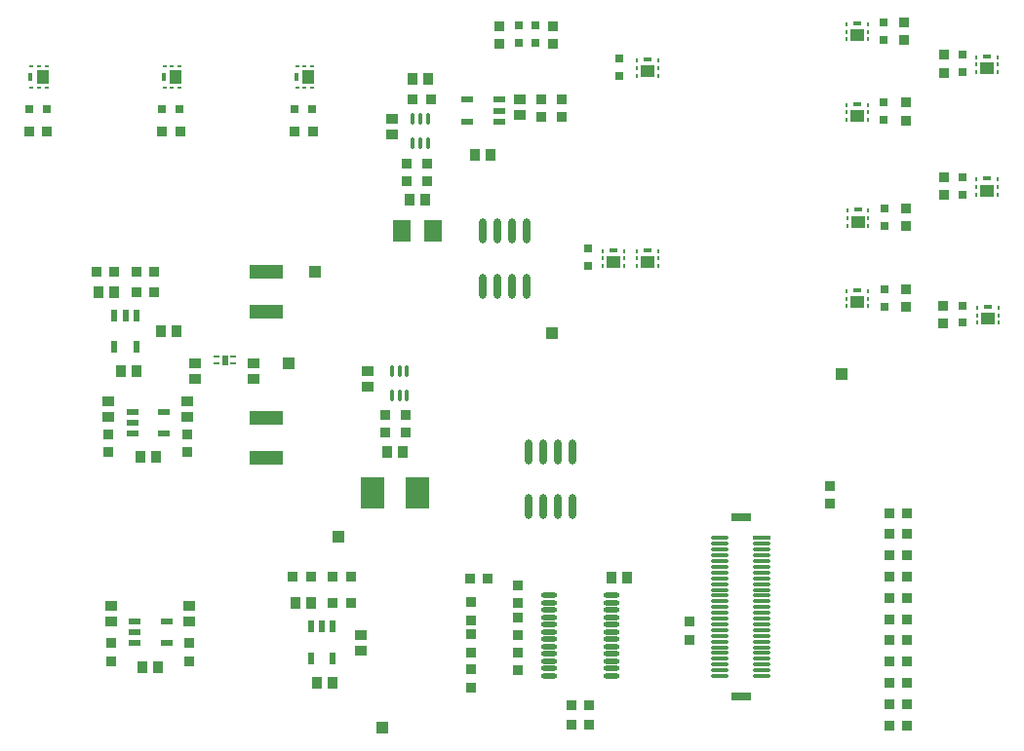
<source format=gtp>
G04 Layer_Color=8421504*
%FSLAX25Y25*%
%MOIN*%
G70*
G01*
G75*
%ADD10R,0.01969X0.03386*%
%ADD11R,0.01969X0.00984*%
%ADD12R,0.03347X0.03347*%
%ADD13R,0.07087X0.03150*%
%ADD14R,0.06299X0.01181*%
%ADD15O,0.06299X0.01181*%
%ADD16R,0.03110X0.01181*%
%ADD17R,0.00984X0.01575*%
%ADD18R,0.04724X0.03937*%
%ADD19R,0.03937X0.03937*%
%ADD20R,0.03347X0.03347*%
%ADD21R,0.03937X0.03543*%
%ADD22R,0.08465X0.11024*%
%ADD23R,0.01181X0.03110*%
%ADD24R,0.01575X0.00984*%
%ADD25R,0.03937X0.04724*%
%ADD26R,0.02362X0.03937*%
%ADD27R,0.03543X0.03937*%
%ADD28R,0.05906X0.07284*%
%ADD29R,0.03150X0.03150*%
%ADD30O,0.01575X0.03937*%
%ADD31R,0.03937X0.02362*%
%ADD32R,0.11417X0.04921*%
%ADD33O,0.02362X0.08661*%
%ADD34R,0.03150X0.03150*%
%ADD35O,0.05709X0.01772*%
D10*
X101272Y143583D02*
D03*
D11*
X98417Y142402D02*
D03*
Y144764D02*
D03*
X104087D02*
D03*
Y142402D02*
D03*
D12*
X334476Y33133D02*
D03*
X328374D02*
D03*
X334476Y25866D02*
D03*
X328374D02*
D03*
X334476Y69467D02*
D03*
X328374D02*
D03*
X57369Y173744D02*
D03*
X63472D02*
D03*
X70952D02*
D03*
X77054D02*
D03*
X144223Y60389D02*
D03*
X138120D02*
D03*
X334476Y47666D02*
D03*
X328374D02*
D03*
X334476Y84000D02*
D03*
X328374D02*
D03*
X334476Y18599D02*
D03*
X328374D02*
D03*
X334476Y40400D02*
D03*
X328374D02*
D03*
X334476Y54933D02*
D03*
X328374D02*
D03*
X334476Y62200D02*
D03*
X328374D02*
D03*
X334476Y76733D02*
D03*
X328374D02*
D03*
X334476Y91267D02*
D03*
X328374D02*
D03*
X165471Y232890D02*
D03*
X171573D02*
D03*
X77054Y166744D02*
D03*
X70952D02*
D03*
X219549Y18890D02*
D03*
X225651D02*
D03*
X219549Y25390D02*
D03*
X225651D02*
D03*
X138120Y69389D02*
D03*
X144223D02*
D03*
X124500D02*
D03*
X130603D02*
D03*
X34380Y221890D02*
D03*
X40483D02*
D03*
X79795D02*
D03*
X85898D02*
D03*
X125155D02*
D03*
X131258D02*
D03*
X184949Y68890D02*
D03*
X191051D02*
D03*
D13*
X277559Y28346D02*
D03*
Y89764D02*
D03*
D14*
X284646Y82677D02*
D03*
D15*
Y80709D02*
D03*
Y78740D02*
D03*
Y76772D02*
D03*
Y74803D02*
D03*
Y72835D02*
D03*
Y70866D02*
D03*
Y68898D02*
D03*
Y66929D02*
D03*
Y64961D02*
D03*
Y62992D02*
D03*
Y61024D02*
D03*
Y59055D02*
D03*
Y57087D02*
D03*
Y55118D02*
D03*
Y53150D02*
D03*
Y51181D02*
D03*
Y49213D02*
D03*
Y47244D02*
D03*
Y45276D02*
D03*
Y43307D02*
D03*
Y41339D02*
D03*
Y39370D02*
D03*
Y37402D02*
D03*
Y35433D02*
D03*
X270472D02*
D03*
Y37402D02*
D03*
Y39370D02*
D03*
Y41339D02*
D03*
Y43307D02*
D03*
Y45276D02*
D03*
Y47244D02*
D03*
Y49213D02*
D03*
Y51181D02*
D03*
Y53150D02*
D03*
Y55118D02*
D03*
Y57087D02*
D03*
Y59055D02*
D03*
Y61024D02*
D03*
Y62992D02*
D03*
Y64961D02*
D03*
Y66929D02*
D03*
Y68898D02*
D03*
Y70866D02*
D03*
Y72835D02*
D03*
Y74803D02*
D03*
Y76772D02*
D03*
Y78740D02*
D03*
Y80709D02*
D03*
Y82677D02*
D03*
D16*
X362100Y161810D02*
D03*
X317390Y231251D02*
D03*
X245661Y246411D02*
D03*
X317390Y258783D02*
D03*
X245661Y181224D02*
D03*
X234161D02*
D03*
X317549Y195003D02*
D03*
X317409Y167444D02*
D03*
X361651Y205662D02*
D03*
Y247562D02*
D03*
D17*
X365742Y156338D02*
D03*
Y158897D02*
D03*
Y161456D02*
D03*
X358458D02*
D03*
Y158897D02*
D03*
Y156338D02*
D03*
X313749Y225779D02*
D03*
Y228338D02*
D03*
Y230897D02*
D03*
X321032D02*
D03*
Y228338D02*
D03*
Y225779D02*
D03*
X242019Y240939D02*
D03*
Y243498D02*
D03*
Y246057D02*
D03*
X249302D02*
D03*
Y243498D02*
D03*
Y240939D02*
D03*
X321032Y253310D02*
D03*
Y255869D02*
D03*
Y258428D02*
D03*
X313749D02*
D03*
Y255869D02*
D03*
Y253310D02*
D03*
X249302Y175751D02*
D03*
Y178310D02*
D03*
Y180869D02*
D03*
X242019D02*
D03*
Y178310D02*
D03*
Y175751D02*
D03*
X230519D02*
D03*
Y178310D02*
D03*
Y180869D02*
D03*
X237802D02*
D03*
Y178310D02*
D03*
Y175751D02*
D03*
X313907Y189531D02*
D03*
Y192090D02*
D03*
Y194649D02*
D03*
X321191D02*
D03*
Y192090D02*
D03*
Y189531D02*
D03*
X321051Y161972D02*
D03*
Y164531D02*
D03*
Y167090D02*
D03*
X313768D02*
D03*
Y164531D02*
D03*
Y161972D02*
D03*
X365293Y200190D02*
D03*
Y202749D02*
D03*
Y205308D02*
D03*
X358010D02*
D03*
Y202749D02*
D03*
Y200190D02*
D03*
Y242090D02*
D03*
Y244649D02*
D03*
Y247208D02*
D03*
X365293D02*
D03*
Y244649D02*
D03*
Y242090D02*
D03*
D18*
X362100Y157716D02*
D03*
X317390Y227157D02*
D03*
X245661Y242317D02*
D03*
X317390Y254688D02*
D03*
X245661Y177129D02*
D03*
X234161D02*
D03*
X317549Y190909D02*
D03*
X317409Y163350D02*
D03*
X361651Y201568D02*
D03*
Y243468D02*
D03*
D19*
X155000Y17890D02*
D03*
X132000Y173744D02*
D03*
X312000Y138787D02*
D03*
X213000Y152787D02*
D03*
X140000Y83287D02*
D03*
X123000Y142390D02*
D03*
D20*
X308173Y94305D02*
D03*
Y100408D02*
D03*
X213500Y257941D02*
D03*
Y251839D02*
D03*
X195000Y257941D02*
D03*
Y251839D02*
D03*
X346900Y206095D02*
D03*
Y199993D02*
D03*
X260000Y47949D02*
D03*
Y54051D02*
D03*
X216522Y232890D02*
D03*
Y226787D02*
D03*
X209527D02*
D03*
Y232890D02*
D03*
X162989Y124890D02*
D03*
Y118787D02*
D03*
X155989Y124890D02*
D03*
Y118787D02*
D03*
X170522Y210941D02*
D03*
Y204839D02*
D03*
X163522Y210941D02*
D03*
Y204839D02*
D03*
X61200Y112039D02*
D03*
Y118141D02*
D03*
X88500Y112039D02*
D03*
Y118141D02*
D03*
X89000Y40587D02*
D03*
Y46690D02*
D03*
X62374Y40587D02*
D03*
Y46690D02*
D03*
X201300Y37506D02*
D03*
Y43608D02*
D03*
Y49506D02*
D03*
Y55608D02*
D03*
Y60506D02*
D03*
Y66608D02*
D03*
X185500Y31608D02*
D03*
Y37711D02*
D03*
Y43608D02*
D03*
Y49711D02*
D03*
Y54557D02*
D03*
Y60659D02*
D03*
X346800Y162243D02*
D03*
Y156141D02*
D03*
X346900Y247963D02*
D03*
Y241861D02*
D03*
X334000Y195436D02*
D03*
Y189334D02*
D03*
Y167746D02*
D03*
Y161644D02*
D03*
X333300Y259195D02*
D03*
Y253093D02*
D03*
X334000Y231684D02*
D03*
Y225582D02*
D03*
D21*
X111172Y142402D02*
D03*
Y137087D02*
D03*
X91172Y142402D02*
D03*
Y137087D02*
D03*
X147600Y49547D02*
D03*
Y44232D02*
D03*
X202022Y232630D02*
D03*
Y227315D02*
D03*
X150189Y139896D02*
D03*
Y134581D02*
D03*
X158531Y226024D02*
D03*
Y220709D02*
D03*
X88500Y124232D02*
D03*
Y129547D02*
D03*
X61200Y124232D02*
D03*
Y129547D02*
D03*
X89000Y54170D02*
D03*
Y59485D02*
D03*
X62374Y54170D02*
D03*
Y59485D02*
D03*
D22*
X167166Y98039D02*
D03*
X151812D02*
D03*
D23*
X34806Y240390D02*
D03*
X80228D02*
D03*
X125589D02*
D03*
D24*
X40278Y244032D02*
D03*
X37719D02*
D03*
X35160D02*
D03*
Y236748D02*
D03*
X37719D02*
D03*
X40278D02*
D03*
X85701D02*
D03*
X83142D02*
D03*
X80583D02*
D03*
Y244032D02*
D03*
X83142D02*
D03*
X85701D02*
D03*
X131061Y236748D02*
D03*
X128502D02*
D03*
X125943D02*
D03*
Y244032D02*
D03*
X128502D02*
D03*
X131061D02*
D03*
D25*
X38900Y240390D02*
D03*
X84323D02*
D03*
X129683D02*
D03*
D26*
X70972Y158858D02*
D03*
X67232D02*
D03*
X63491D02*
D03*
Y148031D02*
D03*
X70972D02*
D03*
X138083Y52303D02*
D03*
X134343D02*
D03*
X130603D02*
D03*
Y41476D02*
D03*
X138083D02*
D03*
D27*
X70972Y139844D02*
D03*
X65657D02*
D03*
X138120Y32990D02*
D03*
X132806D02*
D03*
X186843Y213890D02*
D03*
X192157D02*
D03*
X164365Y198390D02*
D03*
X169679D02*
D03*
X156831Y112039D02*
D03*
X162146D02*
D03*
X165471Y239890D02*
D03*
X170786D02*
D03*
X77658Y110490D02*
D03*
X72342D02*
D03*
X78477Y38330D02*
D03*
X73162D02*
D03*
X79514Y153444D02*
D03*
X84829D02*
D03*
X63472Y166644D02*
D03*
X58157D02*
D03*
X130603Y60389D02*
D03*
X125288D02*
D03*
X233343Y69000D02*
D03*
X238657D02*
D03*
D28*
X161805Y187710D02*
D03*
X172239D02*
D03*
D29*
X326400Y253290D02*
D03*
Y259195D02*
D03*
X236161Y240816D02*
D03*
Y246722D02*
D03*
X326400Y225779D02*
D03*
Y231684D02*
D03*
X207239Y252137D02*
D03*
Y258043D02*
D03*
X201600Y252137D02*
D03*
Y258043D02*
D03*
X225300Y175751D02*
D03*
Y181657D02*
D03*
X326558Y161841D02*
D03*
Y167746D02*
D03*
Y189531D02*
D03*
Y195436D02*
D03*
X353281Y156338D02*
D03*
Y162243D02*
D03*
X353281Y200190D02*
D03*
Y206095D02*
D03*
X353281Y242090D02*
D03*
Y247995D02*
D03*
D30*
X158404Y131604D02*
D03*
X160963D02*
D03*
X163522D02*
D03*
X158404Y139872D02*
D03*
X160963D02*
D03*
X163522D02*
D03*
X165472Y217756D02*
D03*
X168032D02*
D03*
X170591D02*
D03*
X165472Y226024D02*
D03*
X168032D02*
D03*
X170591D02*
D03*
D31*
X194935Y225150D02*
D03*
Y228890D02*
D03*
Y232630D02*
D03*
X184109D02*
D03*
Y225150D02*
D03*
X70406Y54170D02*
D03*
Y50430D02*
D03*
Y46690D02*
D03*
X81233D02*
D03*
Y54170D02*
D03*
X69587Y125830D02*
D03*
Y122090D02*
D03*
Y118350D02*
D03*
X80413D02*
D03*
Y125830D02*
D03*
D32*
X115374Y123681D02*
D03*
Y110098D02*
D03*
X115374Y160161D02*
D03*
Y173744D02*
D03*
D33*
X189372Y168813D02*
D03*
X194372D02*
D03*
X199372D02*
D03*
X204372D02*
D03*
X189372Y187710D02*
D03*
X194372D02*
D03*
X199372D02*
D03*
X204372D02*
D03*
X204982Y93365D02*
D03*
X209982D02*
D03*
X214982D02*
D03*
X219982D02*
D03*
X204982Y112262D02*
D03*
X209982D02*
D03*
X214982D02*
D03*
X219982D02*
D03*
D34*
X40286Y229399D02*
D03*
X34380D02*
D03*
X85701D02*
D03*
X79795D02*
D03*
X131061D02*
D03*
X125155D02*
D03*
D35*
X211872Y63108D02*
D03*
Y60608D02*
D03*
Y58108D02*
D03*
Y55608D02*
D03*
Y53108D02*
D03*
Y50608D02*
D03*
Y48108D02*
D03*
Y45608D02*
D03*
Y43108D02*
D03*
Y40608D02*
D03*
Y38108D02*
D03*
Y35608D02*
D03*
X233328Y63108D02*
D03*
Y60608D02*
D03*
Y58108D02*
D03*
Y55608D02*
D03*
Y53108D02*
D03*
Y50608D02*
D03*
Y48108D02*
D03*
Y45608D02*
D03*
Y43108D02*
D03*
Y40608D02*
D03*
Y38108D02*
D03*
Y35608D02*
D03*
M02*

</source>
